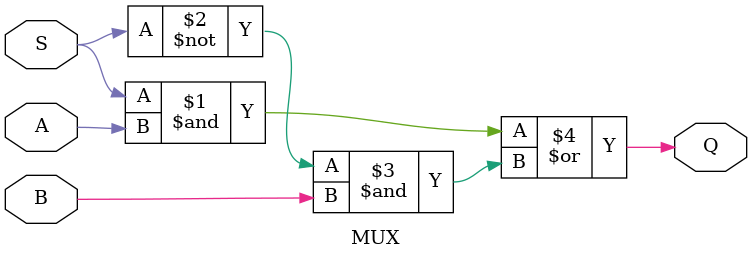
<source format=v>

module BUF(A, Y);
input A;
output Y;
assign Y = A;
endmodule

module NOT(A, Y);
input A;
output Y;
assign Y = ~A;
endmodule

module NAND(A, B, Y);
input A, B;
output Y;
assign Y = ~(A & B);
endmodule

module AND(A, B, Y);
input A, B;
output Y;
assign Y = (A & B);
endmodule

module NOR(A, B, Y);
input A, B;
output Y;
assign Y = ~(A | B);
endmodule

module OR(A, B, Y);
input A, B;
output Y;
assign Y = (A | B);
endmodule

module XOR(A, B, Y);
input A, B;
output Y;
assign Y = (A ^ B);
endmodule

module XNOR(A, B, Y);
input A, B;
output Y;
assign Y = ~(A ^ B);
endmodule

module DFF(C, D, Q);
input C, D;
output reg Q;
always @(posedge C)
	Q <= D;
endmodule

module MUX(S, A, B, Q);
input S, A, B;
output Q;
assign Q = (S & A) | (~S & B);
endmodule


</source>
